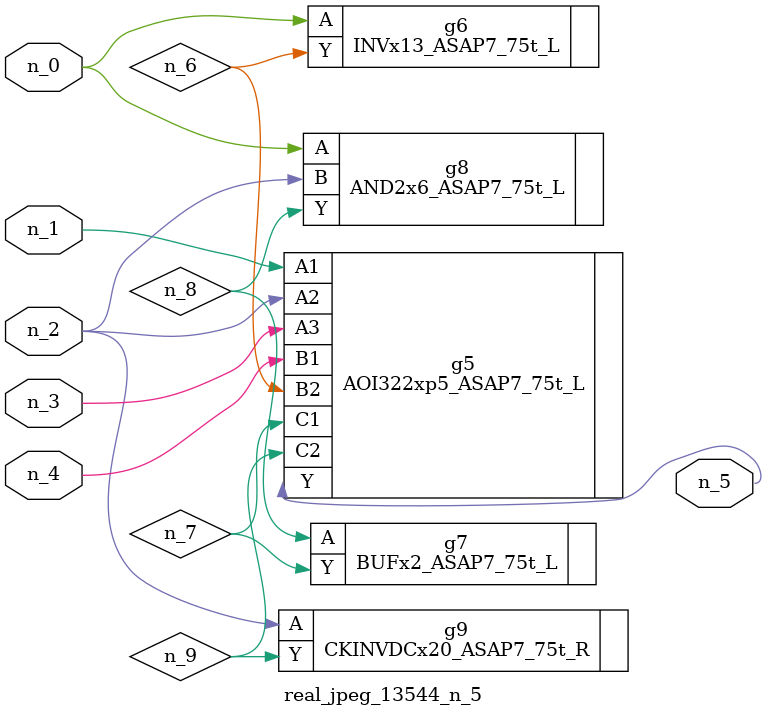
<source format=v>
module real_jpeg_13544_n_5 (n_4, n_0, n_1, n_2, n_3, n_5);

input n_4;
input n_0;
input n_1;
input n_2;
input n_3;

output n_5;

wire n_8;
wire n_6;
wire n_7;
wire n_9;

INVx13_ASAP7_75t_L g6 ( 
.A(n_0),
.Y(n_6)
);

AND2x6_ASAP7_75t_L g8 ( 
.A(n_0),
.B(n_2),
.Y(n_8)
);

AOI322xp5_ASAP7_75t_L g5 ( 
.A1(n_1),
.A2(n_2),
.A3(n_3),
.B1(n_4),
.B2(n_6),
.C1(n_7),
.C2(n_9),
.Y(n_5)
);

CKINVDCx20_ASAP7_75t_R g9 ( 
.A(n_2),
.Y(n_9)
);

BUFx2_ASAP7_75t_L g7 ( 
.A(n_8),
.Y(n_7)
);


endmodule
</source>
